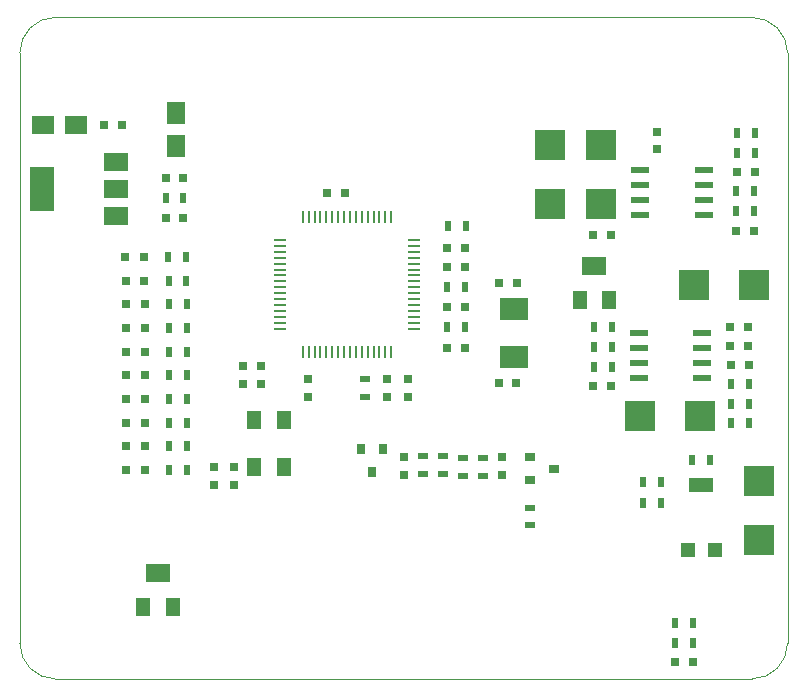
<source format=gtp>
%TF.GenerationSoftware,KiCad,Pcbnew,(2018-02-05 revision 1f487593f)-makepkg*%
%TF.CreationDate,2018-06-26T14:30:34+02:00*%
%TF.ProjectId,MMDVM_Hat,4D4D44564D5F4861742E6B696361645F,rev?*%
%TF.SameCoordinates,Original*%
%TF.FileFunction,Paste,Top*%
%TF.FilePolarity,Positive*%
%FSLAX46Y46*%
G04 Gerber Fmt 4.6, Leading zero omitted, Abs format (unit mm)*
G04 Created by KiCad (PCBNEW (2018-02-05 revision 1f487593f)-makepkg) date 06/26/18 14:30:34*
%MOMM*%
%LPD*%
G01*
G04 APERTURE LIST*
%ADD10C,0.100000*%
%ADD11R,2.500000X2.550000*%
%ADD12R,2.550000X2.500000*%
%ADD13R,0.250000X1.000000*%
%ADD14R,1.000000X0.250000*%
%ADD15R,1.950000X1.500000*%
%ADD16R,0.800000X0.750000*%
%ADD17R,1.500000X1.950000*%
%ADD18R,0.750000X0.800000*%
%ADD19R,0.800000X0.800000*%
%ADD20R,0.500000X0.900000*%
%ADD21R,0.800000X0.900000*%
%ADD22R,0.900000X0.800000*%
%ADD23R,0.900000X0.500000*%
%ADD24R,1.300000X1.300000*%
%ADD25R,2.000000X1.300000*%
%ADD26R,1.300000X1.600000*%
%ADD27R,2.000000X1.600000*%
%ADD28R,2.000000X1.500000*%
%ADD29R,2.000000X3.800000*%
%ADD30R,1.550000X0.600000*%
%ADD31R,2.400000X1.900000*%
G04 APERTURE END LIST*
D10*
X84400000Y-72300000D02*
G75*
G03X81400000Y-69300000I-3000000J0D01*
G01*
X22400000Y-69300000D02*
X81400000Y-69300000D01*
X22400000Y-69300000D02*
G75*
G03X19400000Y-72300000I0J-3000000D01*
G01*
X81400000Y-125300000D02*
G75*
G03X84400000Y-122300000I0J3000000D01*
G01*
X19400000Y-122300000D02*
G75*
G03X22400000Y-125300000I3000000J0D01*
G01*
X19400000Y-87800000D02*
X19400000Y-122300000D01*
X19400000Y-72300000D02*
X19400000Y-87800000D01*
X22400000Y-125300000D02*
X81400000Y-125300000D01*
X84400000Y-72300000D02*
X84400000Y-122300000D01*
D11*
X68575000Y-85125000D03*
X68575000Y-80075000D03*
X64300000Y-80075000D03*
X64300000Y-85125000D03*
D12*
X76475000Y-91925000D03*
X81525000Y-91925000D03*
X76975000Y-103050000D03*
X71925000Y-103050000D03*
D11*
X81950000Y-108525000D03*
X81950000Y-113575000D03*
D13*
X50850000Y-97600000D03*
X50350000Y-97600000D03*
X49850000Y-97600000D03*
X49350000Y-97600000D03*
X48850000Y-97600000D03*
X48350000Y-97600000D03*
X47850000Y-97600000D03*
X47350000Y-97600000D03*
X46850000Y-97600000D03*
X46350000Y-97600000D03*
X45850000Y-97600000D03*
X45350000Y-97600000D03*
X44850000Y-97600000D03*
X44350000Y-97600000D03*
X43850000Y-97600000D03*
X43350000Y-97600000D03*
D14*
X41400000Y-95650000D03*
X41400000Y-95150000D03*
X41400000Y-94650000D03*
X41400000Y-94150000D03*
X41400000Y-93650000D03*
X41400000Y-93150000D03*
X41400000Y-92650000D03*
X41400000Y-92150000D03*
X41400000Y-91650000D03*
X41400000Y-91150000D03*
X41400000Y-90650000D03*
X41400000Y-90150000D03*
X41400000Y-89650000D03*
X41400000Y-89150000D03*
X41400000Y-88650000D03*
X41400000Y-88150000D03*
D13*
X43350000Y-86200000D03*
X43850000Y-86200000D03*
X44350000Y-86200000D03*
X44850000Y-86200000D03*
X45350000Y-86200000D03*
X45850000Y-86200000D03*
X46350000Y-86200000D03*
X46850000Y-86200000D03*
X47350000Y-86200000D03*
X47850000Y-86200000D03*
X48350000Y-86200000D03*
X48850000Y-86200000D03*
X49350000Y-86200000D03*
X49850000Y-86200000D03*
X50350000Y-86200000D03*
X50850000Y-86200000D03*
D14*
X52800000Y-88150000D03*
X52800000Y-88650000D03*
X52800000Y-89150000D03*
X52800000Y-89650000D03*
X52800000Y-90150000D03*
X52800000Y-90650000D03*
X52800000Y-91150000D03*
X52800000Y-91650000D03*
X52800000Y-92150000D03*
X52800000Y-92650000D03*
X52800000Y-93150000D03*
X52800000Y-93650000D03*
X52800000Y-94150000D03*
X52800000Y-94650000D03*
X52800000Y-95150000D03*
X52800000Y-95650000D03*
D15*
X21400000Y-78400000D03*
X24150000Y-78400000D03*
D16*
X28050000Y-78400000D03*
X26550000Y-78400000D03*
X31750000Y-82900000D03*
X33250000Y-82900000D03*
X55550000Y-97250000D03*
X57050000Y-97250000D03*
D17*
X32600000Y-80175000D03*
X32600000Y-77425000D03*
D16*
X31750000Y-86300000D03*
X33250000Y-86300000D03*
X55550000Y-93800000D03*
X57050000Y-93800000D03*
D18*
X37500000Y-107400000D03*
X37500000Y-108900000D03*
X35800000Y-108900000D03*
X35800000Y-107400000D03*
X43800000Y-99950000D03*
X43800000Y-101450000D03*
X51900000Y-108050000D03*
X51900000Y-106550000D03*
X60200000Y-106550000D03*
X60200000Y-108050000D03*
D16*
X74900000Y-123900000D03*
X76400000Y-123900000D03*
X59950000Y-100250000D03*
X61450000Y-100250000D03*
X61500000Y-91800000D03*
X60000000Y-91800000D03*
X45400000Y-84200000D03*
X46900000Y-84200000D03*
X55600000Y-90400000D03*
X57100000Y-90400000D03*
X57100000Y-88800000D03*
X55600000Y-88800000D03*
X38300000Y-100300000D03*
X39800000Y-100300000D03*
X39800000Y-98800000D03*
X38300000Y-98800000D03*
D18*
X52300000Y-101450000D03*
X52300000Y-99950000D03*
X50500000Y-99950000D03*
X50500000Y-101450000D03*
D19*
X28325000Y-89575000D03*
X29925000Y-89575000D03*
X29950000Y-91600000D03*
X28350000Y-91600000D03*
X28375000Y-93600000D03*
X29975000Y-93600000D03*
X30000000Y-95600000D03*
X28400000Y-95600000D03*
X28400000Y-105600000D03*
X30000000Y-105600000D03*
X28400000Y-103600000D03*
X30000000Y-103600000D03*
X30000000Y-101600000D03*
X28400000Y-101600000D03*
X28400000Y-99600000D03*
X30000000Y-99600000D03*
X30000000Y-97600000D03*
X28400000Y-97600000D03*
D20*
X33250000Y-84600000D03*
X31750000Y-84600000D03*
X57150000Y-87000000D03*
X55650000Y-87000000D03*
D21*
X50150000Y-105800000D03*
X48250000Y-105800000D03*
X49200000Y-107800000D03*
D22*
X64600000Y-107500000D03*
X62600000Y-108450000D03*
X62600000Y-106550000D03*
D20*
X33475000Y-89575000D03*
X31975000Y-89575000D03*
X32000000Y-91600000D03*
X33500000Y-91600000D03*
D23*
X48600000Y-101450000D03*
X48600000Y-99950000D03*
D20*
X32025000Y-93600000D03*
X33525000Y-93600000D03*
X33550000Y-95600000D03*
X32050000Y-95600000D03*
X32050000Y-105600000D03*
X33550000Y-105600000D03*
X33550000Y-103600000D03*
X32050000Y-103600000D03*
X32050000Y-101600000D03*
X33550000Y-101600000D03*
X32050000Y-99600000D03*
X33550000Y-99600000D03*
X55550000Y-92100000D03*
X57050000Y-92100000D03*
X33550000Y-97600000D03*
X32050000Y-97600000D03*
D23*
X55200000Y-106450000D03*
X55200000Y-107950000D03*
X53500000Y-107950000D03*
X53500000Y-106450000D03*
X56900000Y-108100000D03*
X56900000Y-106600000D03*
X58600000Y-108100000D03*
X58600000Y-106600000D03*
D20*
X76410000Y-120610000D03*
X74910000Y-120610000D03*
X74910000Y-122300000D03*
X76410000Y-122300000D03*
D23*
X62600000Y-112300000D03*
X62600000Y-110800000D03*
D20*
X55550000Y-95500000D03*
X57050000Y-95500000D03*
X80150000Y-80800000D03*
X81650000Y-80800000D03*
X72200000Y-110400000D03*
X73700000Y-110400000D03*
X72200000Y-108650000D03*
X73700000Y-108650000D03*
X79650000Y-102000000D03*
X81150000Y-102000000D03*
X81100000Y-103600000D03*
X79600000Y-103600000D03*
X76300000Y-106750000D03*
X77800000Y-106750000D03*
X80050000Y-85700000D03*
X81550000Y-85700000D03*
X81550000Y-84000000D03*
X80050000Y-84000000D03*
X81650000Y-79125000D03*
X80150000Y-79125000D03*
X69550000Y-95500000D03*
X68050000Y-95500000D03*
X68050000Y-97200000D03*
X69550000Y-97200000D03*
X68050000Y-98900000D03*
X69550000Y-98900000D03*
X81150000Y-100300000D03*
X79650000Y-100300000D03*
D24*
X75950000Y-114350000D03*
D25*
X77100000Y-108850000D03*
D24*
X78250000Y-114350000D03*
D26*
X69300000Y-93250000D03*
D27*
X68050000Y-90350000D03*
D26*
X66800000Y-93250000D03*
X29850000Y-119250000D03*
D27*
X31100000Y-116350000D03*
D26*
X32350000Y-119250000D03*
D28*
X27550000Y-86100000D03*
X27550000Y-81500000D03*
X27550000Y-83800000D03*
D29*
X21250000Y-83800000D03*
D30*
X77300000Y-86005000D03*
X77300000Y-84735000D03*
X77300000Y-83465000D03*
X77300000Y-82195000D03*
X71900000Y-82195000D03*
X71900000Y-83465000D03*
X71900000Y-84735000D03*
X71900000Y-86005000D03*
X77200000Y-95995000D03*
X77200000Y-97265000D03*
X77200000Y-98535000D03*
X77200000Y-99805000D03*
X71800000Y-99805000D03*
X71800000Y-98535000D03*
X71800000Y-97265000D03*
X71800000Y-95995000D03*
D26*
X41750000Y-107400000D03*
X41750000Y-103400000D03*
X39250000Y-103400000D03*
X39250000Y-107400000D03*
D31*
X61200000Y-93950000D03*
X61200000Y-98050000D03*
D16*
X80050000Y-87400000D03*
X81550000Y-87400000D03*
X80150000Y-82400000D03*
X81650000Y-82400000D03*
D18*
X73375000Y-80475000D03*
X73375000Y-78975000D03*
D16*
X69450000Y-100500000D03*
X67950000Y-100500000D03*
X81050000Y-97100000D03*
X79550000Y-97100000D03*
X79650000Y-98700000D03*
X81150000Y-98700000D03*
X67950000Y-87700000D03*
X69450000Y-87700000D03*
X79550000Y-95500000D03*
X81050000Y-95500000D03*
D19*
X28400000Y-107600000D03*
X30000000Y-107600000D03*
D20*
X32050000Y-107600000D03*
X33550000Y-107600000D03*
M02*

</source>
